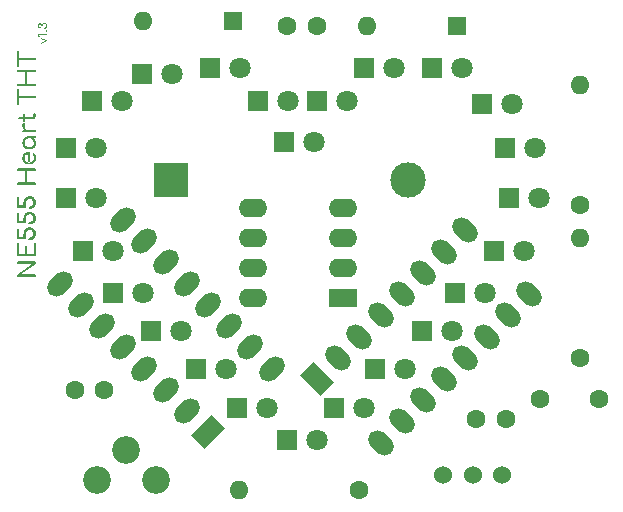
<source format=gbr>
%TF.GenerationSoftware,KiCad,Pcbnew,8.0.6*%
%TF.CreationDate,2024-11-17T17:26:00+01:00*%
%TF.ProjectId,Heart_NE555_THT,48656172-745f-44e4-9535-35355f544854,rev?*%
%TF.SameCoordinates,Original*%
%TF.FileFunction,Soldermask,Top*%
%TF.FilePolarity,Negative*%
%FSLAX46Y46*%
G04 Gerber Fmt 4.6, Leading zero omitted, Abs format (unit mm)*
G04 Created by KiCad (PCBNEW 8.0.6) date 2024-11-17 17:26:00*
%MOMM*%
%LPD*%
G01*
G04 APERTURE LIST*
G04 Aperture macros list*
%AMHorizOval*
0 Thick line with rounded ends*
0 $1 width*
0 $2 $3 position (X,Y) of the first rounded end (center of the circle)*
0 $4 $5 position (X,Y) of the second rounded end (center of the circle)*
0 Add line between two ends*
20,1,$1,$2,$3,$4,$5,0*
0 Add two circle primitives to create the rounded ends*
1,1,$1,$2,$3*
1,1,$1,$4,$5*%
%AMRotRect*
0 Rectangle, with rotation*
0 The origin of the aperture is its center*
0 $1 length*
0 $2 width*
0 $3 Rotation angle, in degrees counterclockwise*
0 Add horizontal line*
21,1,$1,$2,0,0,$3*%
G04 Aperture macros list end*
%ADD10C,0.150000*%
%ADD11C,0.340000*%
%ADD12R,2.400000X1.600000*%
%ADD13O,2.400000X1.600000*%
%ADD14R,1.800000X1.800000*%
%ADD15C,1.800000*%
%ADD16C,1.600000*%
%ADD17O,1.600000X1.600000*%
%ADD18RotRect,2.400000X1.600000X315.000000*%
%ADD19HorizOval,1.600000X0.282843X-0.282843X-0.282843X0.282843X0*%
%ADD20RotRect,2.400000X1.600000X45.000000*%
%ADD21HorizOval,1.600000X0.282843X0.282843X-0.282843X-0.282843X0*%
%ADD22C,2.340000*%
%ADD23R,1.600000X1.600000*%
%ADD24C,1.524000*%
%ADD25R,3.000000X3.000000*%
%ADD26C,3.000000*%
G04 APERTURE END LIST*
D10*
G36*
X103689250Y-66430433D02*
G01*
X103676083Y-66465310D01*
X103655544Y-66480809D01*
X103188063Y-66703375D01*
X103152892Y-66705023D01*
X103126739Y-66679331D01*
X103126148Y-66678096D01*
X103123034Y-66642009D01*
X103147030Y-66614165D01*
X103595460Y-66406253D01*
X103595460Y-66456629D01*
X103147030Y-66250915D01*
X103123034Y-66221972D01*
X103125019Y-66185082D01*
X103126148Y-66182588D01*
X103152343Y-66157492D01*
X103188063Y-66159507D01*
X103655544Y-66382073D01*
X103683687Y-66406722D01*
X103689250Y-66430433D01*
G37*
G36*
X103689250Y-65890962D02*
G01*
X103675565Y-65925609D01*
X103673679Y-65927598D01*
X103640493Y-65943214D01*
X103636493Y-65943352D01*
X103004698Y-65943352D01*
X103036572Y-66020105D01*
X103043716Y-66053628D01*
X103031830Y-66088993D01*
X103029244Y-66091913D01*
X102994865Y-66107058D01*
X102992058Y-66107117D01*
X102962016Y-66098874D01*
X102942416Y-66072496D01*
X102884530Y-65908731D01*
X102881416Y-65898289D01*
X102880317Y-65888764D01*
X102892654Y-65853212D01*
X102895338Y-65850479D01*
X102929785Y-65836498D01*
X102934173Y-65836374D01*
X103636493Y-65836374D01*
X103671709Y-65850220D01*
X103673679Y-65852127D01*
X103689113Y-65886668D01*
X103689250Y-65890962D01*
G37*
G36*
X103700973Y-65606480D02*
G01*
X103690843Y-65643144D01*
X103679541Y-65657405D01*
X103648098Y-65676305D01*
X103628983Y-65678837D01*
X103593099Y-65669607D01*
X103577325Y-65657405D01*
X103558425Y-65625721D01*
X103555893Y-65606480D01*
X103565123Y-65570593D01*
X103577325Y-65555006D01*
X103609242Y-65536429D01*
X103628983Y-65533940D01*
X103665394Y-65543897D01*
X103679541Y-65555006D01*
X103698441Y-65586678D01*
X103700973Y-65606480D01*
G37*
G36*
X103689250Y-65154020D02*
G01*
X103687177Y-65192283D01*
X103679892Y-65232645D01*
X103667361Y-65270168D01*
X103656094Y-65293605D01*
X103635531Y-65325757D01*
X103611142Y-65353793D01*
X103582929Y-65377715D01*
X103565602Y-65389226D01*
X103532234Y-65405962D01*
X103496636Y-65417221D01*
X103458805Y-65423002D01*
X103436825Y-65423848D01*
X103401382Y-65413048D01*
X103397440Y-65409743D01*
X103382053Y-65375488D01*
X103396494Y-65341721D01*
X103397440Y-65340866D01*
X103432520Y-65327248D01*
X103437008Y-65327127D01*
X103473538Y-65322920D01*
X103509797Y-65309074D01*
X103516692Y-65305146D01*
X103547607Y-65281076D01*
X103570577Y-65252365D01*
X103574761Y-65245428D01*
X103589537Y-65210461D01*
X103596038Y-65171918D01*
X103596376Y-65160249D01*
X103593333Y-65123415D01*
X103582815Y-65087451D01*
X103562566Y-65053924D01*
X103557908Y-65048507D01*
X103527677Y-65024207D01*
X103490130Y-65009994D01*
X103449647Y-65005826D01*
X103412576Y-65009472D01*
X103376671Y-65021472D01*
X103369963Y-65024877D01*
X103338181Y-65047179D01*
X103313543Y-65076351D01*
X103297743Y-65110927D01*
X103292498Y-65147251D01*
X103292477Y-65149807D01*
X103279689Y-65185172D01*
X103276907Y-65188092D01*
X103242486Y-65203163D01*
X103238255Y-65203296D01*
X103203222Y-65190809D01*
X103200336Y-65188092D01*
X103185266Y-65154066D01*
X103185132Y-65149807D01*
X103178900Y-65112045D01*
X103170661Y-65093021D01*
X103148708Y-65062624D01*
X103131826Y-65047958D01*
X103097009Y-65032127D01*
X103076505Y-65030006D01*
X103038520Y-65037412D01*
X103006653Y-65059630D01*
X103002866Y-65063712D01*
X102982455Y-65096690D01*
X102973736Y-65133843D01*
X102973007Y-65149807D01*
X102976763Y-65187909D01*
X102988028Y-65222714D01*
X103007909Y-65255667D01*
X103027779Y-65275287D01*
X103061124Y-65291974D01*
X103083466Y-65294704D01*
X103118800Y-65305988D01*
X103121751Y-65308443D01*
X103137139Y-65342881D01*
X103122484Y-65377136D01*
X103088245Y-65391186D01*
X103085481Y-65391241D01*
X103046631Y-65387518D01*
X103010682Y-65376349D01*
X102980518Y-65359734D01*
X102950867Y-65335345D01*
X102925892Y-65305502D01*
X102907245Y-65273638D01*
X102893045Y-65238286D01*
X102884104Y-65200466D01*
X102880422Y-65160176D01*
X102880317Y-65151822D01*
X102882840Y-65114306D01*
X102891441Y-65075765D01*
X102906146Y-65040081D01*
X102926068Y-65008211D01*
X102952738Y-64979171D01*
X102976121Y-64961313D01*
X103010854Y-64943676D01*
X103048833Y-64934179D01*
X103075956Y-64932370D01*
X103113233Y-64936995D01*
X103145931Y-64950871D01*
X103175810Y-64973178D01*
X103198138Y-64997583D01*
X103219128Y-65028487D01*
X103234042Y-65057300D01*
X103248572Y-65021504D01*
X103267978Y-64988132D01*
X103284967Y-64966991D01*
X103312676Y-64941885D01*
X103346235Y-64921609D01*
X103359155Y-64916067D01*
X103394567Y-64905511D01*
X103432336Y-64900337D01*
X103450563Y-64899764D01*
X103487881Y-64902517D01*
X103526729Y-64912034D01*
X103562821Y-64928348D01*
X103573112Y-64934568D01*
X103604650Y-64958461D01*
X103631716Y-64986861D01*
X103654310Y-65019769D01*
X103658292Y-65026892D01*
X103674617Y-65064101D01*
X103684140Y-65099547D01*
X103688766Y-65136847D01*
X103689250Y-65154020D01*
G37*
D11*
G36*
X102730500Y-86332132D02*
G01*
X102704924Y-86403225D01*
X102699359Y-86409069D01*
X102631181Y-86439210D01*
X102622788Y-86439477D01*
X101220346Y-86439477D01*
X101150462Y-86416195D01*
X101142677Y-86409069D01*
X101112899Y-86340714D01*
X101112635Y-86332132D01*
X101138756Y-86261454D01*
X101152202Y-86248235D01*
X102356808Y-85332690D01*
X101220712Y-85332690D01*
X101150468Y-85308568D01*
X101142677Y-85301183D01*
X101112899Y-85232040D01*
X101112635Y-85223514D01*
X101135636Y-85153469D01*
X101142677Y-85145845D01*
X101211570Y-85116793D01*
X101220346Y-85116535D01*
X102622788Y-85116535D01*
X102693394Y-85140607D01*
X102699359Y-85145845D01*
X102730226Y-85214614D01*
X102730500Y-85223514D01*
X102721340Y-85268577D01*
X102693497Y-85307411D01*
X101502446Y-86222955D01*
X102623887Y-86222955D01*
X102693829Y-86248230D01*
X102699725Y-86253730D01*
X102730229Y-86323288D01*
X102730500Y-86332132D01*
G37*
G36*
X102730500Y-84587872D02*
G01*
X102706657Y-84657435D01*
X102699359Y-84665541D01*
X102631181Y-84696771D01*
X102622788Y-84697048D01*
X101220346Y-84697048D01*
X101150462Y-84672926D01*
X101142677Y-84665541D01*
X101112899Y-84596398D01*
X101112635Y-84587872D01*
X101112635Y-83638622D01*
X101134233Y-83568578D01*
X101140845Y-83560953D01*
X101209195Y-83531758D01*
X101214851Y-83531644D01*
X101284214Y-83559149D01*
X101285925Y-83560953D01*
X101312798Y-83629722D01*
X101313036Y-83638622D01*
X101313036Y-84478695D01*
X101803232Y-84478695D01*
X101803232Y-83876026D01*
X101824830Y-83805982D01*
X101831442Y-83798357D01*
X101900539Y-83768710D01*
X101903249Y-83768681D01*
X101971835Y-83794763D01*
X101975423Y-83798357D01*
X102003385Y-83867126D01*
X102003633Y-83876026D01*
X102003633Y-84478695D01*
X102530098Y-84478695D01*
X102530098Y-83638622D01*
X102552364Y-83566616D01*
X102557209Y-83560953D01*
X102625553Y-83531672D01*
X102628284Y-83531644D01*
X102698695Y-83557404D01*
X102702289Y-83560953D01*
X102730252Y-83629722D01*
X102730500Y-83638622D01*
X102730500Y-84587872D01*
G37*
G36*
X102730500Y-82767408D02*
G01*
X102726172Y-82841436D01*
X102710957Y-82919956D01*
X102684788Y-82993433D01*
X102661257Y-83039616D01*
X102618102Y-83103269D01*
X102566949Y-83159040D01*
X102507798Y-83206927D01*
X102471480Y-83230126D01*
X102401596Y-83264129D01*
X102327134Y-83287004D01*
X102248093Y-83298750D01*
X102202202Y-83300468D01*
X102132499Y-83276396D01*
X102126731Y-83271159D01*
X102096953Y-83204195D01*
X102096689Y-83195688D01*
X102119690Y-83126044D01*
X102126731Y-83118018D01*
X102193456Y-83086788D01*
X102201836Y-83086511D01*
X102276328Y-83078447D01*
X102349293Y-83051909D01*
X102363036Y-83044379D01*
X102423937Y-82998279D01*
X102471314Y-82938978D01*
X102476609Y-82930073D01*
X102506061Y-82858144D01*
X102517281Y-82783311D01*
X102517642Y-82766309D01*
X102509788Y-82689813D01*
X102483942Y-82615946D01*
X102476609Y-82602177D01*
X102431035Y-82540933D01*
X102371938Y-82493213D01*
X102363036Y-82487872D01*
X102291670Y-82457631D01*
X102218380Y-82446110D01*
X102201836Y-82445740D01*
X102126372Y-82453804D01*
X102053766Y-82480342D01*
X102040269Y-82487872D01*
X101979975Y-82533789D01*
X101933043Y-82593230D01*
X101927795Y-82602177D01*
X101898080Y-82674531D01*
X101886760Y-82749904D01*
X101886396Y-82767041D01*
X101886396Y-83118018D01*
X101861723Y-83187783D01*
X101856354Y-83193489D01*
X101788965Y-83222541D01*
X101780517Y-83222798D01*
X101220346Y-83222798D01*
X101149740Y-83198727D01*
X101143776Y-83193489D01*
X101112909Y-83126463D01*
X101112635Y-83118018D01*
X101112635Y-82416431D01*
X101139414Y-82346977D01*
X101145241Y-82340960D01*
X101213004Y-82309729D01*
X101221079Y-82309452D01*
X101290373Y-82336178D01*
X101294352Y-82339861D01*
X101325219Y-82407852D01*
X101325493Y-82416431D01*
X101325493Y-83010674D01*
X101673905Y-83010674D01*
X101673905Y-82767041D01*
X101678256Y-82692211D01*
X101693551Y-82613064D01*
X101719858Y-82539249D01*
X101743514Y-82493001D01*
X101786405Y-82429348D01*
X101837177Y-82373578D01*
X101895833Y-82325690D01*
X101931825Y-82302491D01*
X102001352Y-82268311D01*
X102075978Y-82245317D01*
X102155705Y-82233509D01*
X102202202Y-82231783D01*
X102283787Y-82237376D01*
X102360794Y-82254156D01*
X102433221Y-82282121D01*
X102471480Y-82302491D01*
X102535075Y-82346177D01*
X102590671Y-82397687D01*
X102638269Y-82457022D01*
X102661257Y-82493367D01*
X102694729Y-82563628D01*
X102717246Y-82639220D01*
X102728809Y-82720145D01*
X102730500Y-82767408D01*
G37*
G36*
X102730500Y-81447031D02*
G01*
X102726172Y-81521059D01*
X102710957Y-81599579D01*
X102684788Y-81673056D01*
X102661257Y-81719240D01*
X102618102Y-81782892D01*
X102566949Y-81838663D01*
X102507798Y-81886551D01*
X102471480Y-81909749D01*
X102401596Y-81943752D01*
X102327134Y-81966627D01*
X102248093Y-81978374D01*
X102202202Y-81980091D01*
X102132499Y-81956020D01*
X102126731Y-81950782D01*
X102096953Y-81883818D01*
X102096689Y-81875311D01*
X102119690Y-81805667D01*
X102126731Y-81797641D01*
X102193456Y-81766411D01*
X102201836Y-81766134D01*
X102276328Y-81758070D01*
X102349293Y-81731532D01*
X102363036Y-81724002D01*
X102423937Y-81677903D01*
X102471314Y-81618601D01*
X102476609Y-81609697D01*
X102506061Y-81537767D01*
X102517281Y-81462934D01*
X102517642Y-81445932D01*
X102509788Y-81369436D01*
X102483942Y-81295569D01*
X102476609Y-81281801D01*
X102431035Y-81220556D01*
X102371938Y-81172836D01*
X102363036Y-81167495D01*
X102291670Y-81137254D01*
X102218380Y-81125733D01*
X102201836Y-81125363D01*
X102126372Y-81133427D01*
X102053766Y-81159965D01*
X102040269Y-81167495D01*
X101979975Y-81213412D01*
X101933043Y-81272853D01*
X101927795Y-81281801D01*
X101898080Y-81354154D01*
X101886760Y-81429528D01*
X101886396Y-81446664D01*
X101886396Y-81797641D01*
X101861723Y-81867407D01*
X101856354Y-81873113D01*
X101788965Y-81902164D01*
X101780517Y-81902422D01*
X101220346Y-81902422D01*
X101149740Y-81878350D01*
X101143776Y-81873113D01*
X101112909Y-81806086D01*
X101112635Y-81797641D01*
X101112635Y-81096054D01*
X101139414Y-81026600D01*
X101145241Y-81020583D01*
X101213004Y-80989352D01*
X101221079Y-80989076D01*
X101290373Y-81015802D01*
X101294352Y-81019484D01*
X101325219Y-81087475D01*
X101325493Y-81096054D01*
X101325493Y-81690297D01*
X101673905Y-81690297D01*
X101673905Y-81446664D01*
X101678256Y-81371835D01*
X101693551Y-81292687D01*
X101719858Y-81218872D01*
X101743514Y-81172624D01*
X101786405Y-81108971D01*
X101837177Y-81053201D01*
X101895833Y-81005313D01*
X101931825Y-80982115D01*
X102001352Y-80947934D01*
X102075978Y-80924940D01*
X102155705Y-80913133D01*
X102202202Y-80911406D01*
X102283787Y-80916999D01*
X102360794Y-80933779D01*
X102433221Y-80961745D01*
X102471480Y-80982115D01*
X102535075Y-81025800D01*
X102590671Y-81077311D01*
X102638269Y-81136646D01*
X102661257Y-81172990D01*
X102694729Y-81243251D01*
X102717246Y-81318843D01*
X102728809Y-81399768D01*
X102730500Y-81447031D01*
G37*
G36*
X102730500Y-80126654D02*
G01*
X102726172Y-80200683D01*
X102710957Y-80279202D01*
X102684788Y-80352679D01*
X102661257Y-80398863D01*
X102618102Y-80462516D01*
X102566949Y-80518286D01*
X102507798Y-80566174D01*
X102471480Y-80589372D01*
X102401596Y-80623375D01*
X102327134Y-80646250D01*
X102248093Y-80657997D01*
X102202202Y-80659714D01*
X102132499Y-80635643D01*
X102126731Y-80630405D01*
X102096953Y-80563441D01*
X102096689Y-80554934D01*
X102119690Y-80485290D01*
X102126731Y-80477265D01*
X102193456Y-80446034D01*
X102201836Y-80445757D01*
X102276328Y-80437693D01*
X102349293Y-80411155D01*
X102363036Y-80403625D01*
X102423937Y-80357526D01*
X102471314Y-80298224D01*
X102476609Y-80289320D01*
X102506061Y-80217390D01*
X102517281Y-80142558D01*
X102517642Y-80125555D01*
X102509788Y-80049059D01*
X102483942Y-79975192D01*
X102476609Y-79961424D01*
X102431035Y-79900179D01*
X102371938Y-79852459D01*
X102363036Y-79847118D01*
X102291670Y-79816877D01*
X102218380Y-79805356D01*
X102201836Y-79804986D01*
X102126372Y-79813051D01*
X102053766Y-79839589D01*
X102040269Y-79847118D01*
X101979975Y-79893035D01*
X101933043Y-79952476D01*
X101927795Y-79961424D01*
X101898080Y-80033777D01*
X101886760Y-80109151D01*
X101886396Y-80126288D01*
X101886396Y-80477265D01*
X101861723Y-80547030D01*
X101856354Y-80552736D01*
X101788965Y-80581787D01*
X101780517Y-80582045D01*
X101220346Y-80582045D01*
X101149740Y-80557974D01*
X101143776Y-80552736D01*
X101112909Y-80485710D01*
X101112635Y-80477265D01*
X101112635Y-79775677D01*
X101139414Y-79706223D01*
X101145241Y-79700206D01*
X101213004Y-79668976D01*
X101221079Y-79668699D01*
X101290373Y-79695425D01*
X101294352Y-79699107D01*
X101325219Y-79767098D01*
X101325493Y-79775677D01*
X101325493Y-80369920D01*
X101673905Y-80369920D01*
X101673905Y-80126288D01*
X101678256Y-80051458D01*
X101693551Y-79972310D01*
X101719858Y-79898495D01*
X101743514Y-79852247D01*
X101786405Y-79788594D01*
X101837177Y-79732824D01*
X101895833Y-79684936D01*
X101931825Y-79661738D01*
X102001352Y-79627557D01*
X102075978Y-79604563D01*
X102155705Y-79592756D01*
X102202202Y-79591029D01*
X102283787Y-79596623D01*
X102360794Y-79613402D01*
X102433221Y-79641368D01*
X102471480Y-79661738D01*
X102535075Y-79705423D01*
X102590671Y-79756934D01*
X102638269Y-79816269D01*
X102661257Y-79852614D01*
X102694729Y-79922874D01*
X102717246Y-79998467D01*
X102728809Y-80079392D01*
X102730500Y-80126654D01*
G37*
G36*
X102730500Y-78542861D02*
G01*
X102706657Y-78612425D01*
X102699359Y-78620531D01*
X102631181Y-78651761D01*
X102622788Y-78652038D01*
X101220346Y-78652038D01*
X101150462Y-78627915D01*
X101142677Y-78620531D01*
X101112899Y-78551388D01*
X101112635Y-78542861D01*
X101135636Y-78471976D01*
X101142677Y-78464093D01*
X101211207Y-78433952D01*
X101219980Y-78433685D01*
X101811658Y-78433685D01*
X101811658Y-77459156D01*
X101219980Y-77459156D01*
X101150376Y-77435033D01*
X101142677Y-77427648D01*
X101112899Y-77358506D01*
X101112635Y-77349979D01*
X101135636Y-77279935D01*
X101142677Y-77272310D01*
X101211570Y-77243258D01*
X101220346Y-77243001D01*
X102622788Y-77243001D01*
X102693394Y-77267072D01*
X102699359Y-77272310D01*
X102730226Y-77341079D01*
X102730500Y-77349979D01*
X102706657Y-77419543D01*
X102699359Y-77427648D01*
X102630880Y-77458879D01*
X102622422Y-77459156D01*
X102003633Y-77459156D01*
X102003633Y-78433685D01*
X102622422Y-78433685D01*
X102693391Y-78458659D01*
X102699359Y-78464093D01*
X102730013Y-78531052D01*
X102730500Y-78542861D01*
G37*
G36*
X102730500Y-76304376D02*
G01*
X102726993Y-76378813D01*
X102714400Y-76459333D01*
X102692647Y-76534998D01*
X102661735Y-76605810D01*
X102657227Y-76614320D01*
X102616927Y-76678273D01*
X102569666Y-76734945D01*
X102515444Y-76784336D01*
X102454261Y-76826445D01*
X102387193Y-76859944D01*
X102315317Y-76883872D01*
X102238633Y-76898229D01*
X102157139Y-76903015D01*
X102074685Y-76898481D01*
X101997313Y-76884880D01*
X101925025Y-76862211D01*
X101857820Y-76830475D01*
X101789508Y-76785295D01*
X101730063Y-76731363D01*
X101679487Y-76668679D01*
X101655220Y-76630073D01*
X101623003Y-76563601D01*
X101599991Y-76492412D01*
X101586184Y-76416506D01*
X101581581Y-76335883D01*
X101585978Y-76256886D01*
X101599167Y-76183659D01*
X101624514Y-76108175D01*
X101651923Y-76054515D01*
X101695486Y-75992768D01*
X101747454Y-75939832D01*
X101807826Y-75895705D01*
X101844997Y-75874997D01*
X101917019Y-75845067D01*
X101995010Y-75824932D01*
X102069348Y-75815258D01*
X102128197Y-75813081D01*
X102192310Y-75840558D01*
X102217590Y-75909435D01*
X102217590Y-76755736D01*
X102050527Y-76755736D01*
X102050527Y-75916029D01*
X102109146Y-76002125D01*
X102031923Y-76009902D01*
X101956469Y-76032342D01*
X101931459Y-76043891D01*
X101868848Y-76085284D01*
X101818859Y-76139580D01*
X101806895Y-76157464D01*
X101775590Y-76227678D01*
X101762218Y-76303803D01*
X101761100Y-76335883D01*
X101767204Y-76414134D01*
X101787786Y-76490117D01*
X101812757Y-76540681D01*
X101861017Y-76603029D01*
X101921853Y-76651954D01*
X101954174Y-76670007D01*
X102024790Y-76696798D01*
X102102002Y-76711223D01*
X102157139Y-76713971D01*
X102232277Y-76707780D01*
X102307531Y-76686906D01*
X102359372Y-76661581D01*
X102420664Y-76616449D01*
X102471549Y-76560189D01*
X102499690Y-76516500D01*
X102531169Y-76443394D01*
X102547261Y-76369590D01*
X102551347Y-76304376D01*
X102543465Y-76230084D01*
X102526435Y-76171019D01*
X102496089Y-76102588D01*
X102469282Y-76060743D01*
X102445468Y-75992600D01*
X102468549Y-75928486D01*
X102533099Y-75891155D01*
X102537792Y-75890750D01*
X102602638Y-75924089D01*
X102645270Y-75987879D01*
X102678398Y-76056959D01*
X102694962Y-76101776D01*
X102715195Y-76173486D01*
X102727688Y-76249246D01*
X102730500Y-76304376D01*
G37*
G36*
X102694621Y-74508885D02*
G01*
X102700458Y-74514320D01*
X102730235Y-74582311D01*
X102730500Y-74590890D01*
X102705526Y-74661983D01*
X102700091Y-74667826D01*
X102632038Y-74697967D01*
X102623521Y-74698235D01*
X102540076Y-74698235D01*
X102579120Y-74731933D01*
X102630504Y-74791641D01*
X102655395Y-74828294D01*
X102691700Y-74899086D01*
X102716124Y-74975036D01*
X102728666Y-75056144D01*
X102730500Y-75103434D01*
X102725783Y-75178195D01*
X102709200Y-75257539D01*
X102680677Y-75331840D01*
X102655028Y-75378573D01*
X102608316Y-75442786D01*
X102553083Y-75499001D01*
X102489331Y-75547217D01*
X102450231Y-75570548D01*
X102383278Y-75601483D01*
X102312112Y-75623579D01*
X102236732Y-75636837D01*
X102157139Y-75641256D01*
X102077341Y-75636471D01*
X102001709Y-75622114D01*
X101930245Y-75598186D01*
X101862949Y-75564686D01*
X101801171Y-75522852D01*
X101746262Y-75474286D01*
X101692700Y-75411602D01*
X101657052Y-75356958D01*
X101624034Y-75289318D01*
X101600449Y-75217556D01*
X101586298Y-75141673D01*
X101581581Y-75061668D01*
X101581603Y-75061302D01*
X101769526Y-75061302D01*
X101776636Y-75137328D01*
X101797965Y-75207687D01*
X101820084Y-75251445D01*
X101867270Y-75314639D01*
X101926669Y-75366104D01*
X101958204Y-75385900D01*
X102027223Y-75416040D01*
X102102940Y-75432268D01*
X102157139Y-75435360D01*
X102236205Y-75428404D01*
X102309089Y-75407539D01*
X102354243Y-75385900D01*
X102414711Y-75343860D01*
X102468473Y-75287154D01*
X102492363Y-75251811D01*
X102523172Y-75185230D01*
X102539761Y-75112982D01*
X102542921Y-75061668D01*
X102535811Y-74984457D01*
X102514482Y-74913840D01*
X102492363Y-74870426D01*
X102445177Y-74808124D01*
X102385778Y-74757553D01*
X102354243Y-74738168D01*
X102285481Y-74708699D01*
X102210537Y-74692831D01*
X102157139Y-74689808D01*
X102083383Y-74695523D01*
X102009340Y-74714791D01*
X101958204Y-74738168D01*
X101893167Y-74783326D01*
X101840345Y-74840214D01*
X101820084Y-74870426D01*
X101787350Y-74942402D01*
X101771945Y-75015603D01*
X101769526Y-75061302D01*
X101581603Y-75061302D01*
X101586321Y-74981594D01*
X101600540Y-74905872D01*
X101624240Y-74834499D01*
X101657419Y-74767477D01*
X101698772Y-74705791D01*
X101753505Y-74644386D01*
X101809456Y-74596907D01*
X101864048Y-74560848D01*
X101931528Y-74527188D01*
X102003175Y-74503146D01*
X102078989Y-74488720D01*
X102158971Y-74483912D01*
X102624254Y-74483912D01*
X102694621Y-74508885D01*
G37*
G36*
X102009128Y-74062226D02*
G01*
X101935612Y-74056180D01*
X101860530Y-74035561D01*
X101791508Y-74000311D01*
X101729940Y-73952679D01*
X101677723Y-73894917D01*
X101638368Y-73833615D01*
X101608422Y-73765859D01*
X101589567Y-73694024D01*
X101581803Y-73618111D01*
X101581581Y-73602439D01*
X101586343Y-73523370D01*
X101604250Y-73449459D01*
X101621881Y-73414494D01*
X101677809Y-73367010D01*
X101717136Y-73367233D01*
X101761466Y-73391413D01*
X101780883Y-73432446D01*
X101784913Y-73482638D01*
X101773576Y-73556125D01*
X101770155Y-73632746D01*
X101777550Y-73710914D01*
X101780151Y-73724438D01*
X101802012Y-73798335D01*
X101837207Y-73864088D01*
X101861117Y-73893332D01*
X101922651Y-73937774D01*
X101998031Y-73955006D01*
X102009128Y-73955248D01*
X102009128Y-74062226D01*
G37*
G36*
X102730500Y-74060394D02*
G01*
X102709136Y-74132712D01*
X102704488Y-74138064D01*
X102635013Y-74164936D01*
X102625353Y-74165175D01*
X101686728Y-74165175D01*
X101616203Y-74144418D01*
X101609058Y-74138064D01*
X101581823Y-74069606D01*
X101581581Y-74060394D01*
X101601777Y-73988547D01*
X101607959Y-73981626D01*
X101677071Y-73955480D01*
X101686728Y-73955248D01*
X102625353Y-73955248D01*
X102696159Y-73975444D01*
X102703389Y-73981626D01*
X102730261Y-74050738D01*
X102730500Y-74060394D01*
G37*
G36*
X102730500Y-72727195D02*
G01*
X102723029Y-72803118D01*
X102700618Y-72873168D01*
X102677377Y-72916605D01*
X102632125Y-72974531D01*
X102576054Y-73022462D01*
X102532663Y-73048863D01*
X102460775Y-73078109D01*
X102382499Y-73093857D01*
X102326766Y-73096856D01*
X101333919Y-73096856D01*
X101262864Y-73071096D01*
X101259181Y-73067547D01*
X101229986Y-72997781D01*
X101229871Y-72992076D01*
X101253943Y-72922249D01*
X101259181Y-72916605D01*
X101328260Y-72887046D01*
X101333919Y-72886930D01*
X102326033Y-72886930D01*
X102402512Y-72875389D01*
X102465618Y-72840768D01*
X102510943Y-72782112D01*
X102521672Y-72727195D01*
X102521672Y-72656120D01*
X102550981Y-72592006D01*
X102620426Y-72565731D01*
X102626086Y-72565628D01*
X102695550Y-72594213D01*
X102701190Y-72600433D01*
X102729469Y-72669697D01*
X102730500Y-72689459D01*
X102730500Y-72727195D01*
G37*
G36*
X101807628Y-73193577D02*
G01*
X101784248Y-73263284D01*
X101782715Y-73265018D01*
X101720067Y-73292129D01*
X101653389Y-73265018D01*
X101628476Y-73193577D01*
X101628476Y-72708510D01*
X101651856Y-72638780D01*
X101653389Y-72637069D01*
X101720067Y-72609592D01*
X101782715Y-72637069D01*
X101807628Y-72708510D01*
X101807628Y-73193577D01*
G37*
G36*
X102730500Y-71184801D02*
G01*
X102704924Y-71255708D01*
X102699359Y-71261738D01*
X102631181Y-71292968D01*
X102622788Y-71293245D01*
X101112635Y-71293245D01*
X101112635Y-71074892D01*
X102622788Y-71074892D01*
X102693394Y-71100468D01*
X102699359Y-71106033D01*
X102730013Y-71173072D01*
X102730500Y-71184801D01*
G37*
G36*
X101313036Y-71746804D02*
G01*
X101288242Y-71816120D01*
X101284826Y-71819711D01*
X101215385Y-71847527D01*
X101212652Y-71847554D01*
X101142623Y-71821424D01*
X101140845Y-71819711D01*
X101112662Y-71749581D01*
X101112635Y-71746804D01*
X101112635Y-70623165D01*
X101137429Y-70554171D01*
X101140845Y-70550625D01*
X101209943Y-70522442D01*
X101212652Y-70522415D01*
X101283048Y-70548889D01*
X101284826Y-70550625D01*
X101313009Y-70620388D01*
X101313036Y-70623165D01*
X101313036Y-71746804D01*
G37*
G36*
X102730500Y-70172170D02*
G01*
X102706657Y-70241734D01*
X102699359Y-70249840D01*
X102631181Y-70281070D01*
X102622788Y-70281347D01*
X101220346Y-70281347D01*
X101150462Y-70257224D01*
X101142677Y-70249840D01*
X101112899Y-70180697D01*
X101112635Y-70172170D01*
X101135636Y-70101285D01*
X101142677Y-70093402D01*
X101211207Y-70063261D01*
X101219980Y-70062994D01*
X101811658Y-70062994D01*
X101811658Y-69088465D01*
X101219980Y-69088465D01*
X101150376Y-69064342D01*
X101142677Y-69056958D01*
X101112899Y-68987815D01*
X101112635Y-68979288D01*
X101135636Y-68909244D01*
X101142677Y-68901619D01*
X101211570Y-68872568D01*
X101220346Y-68872310D01*
X102622788Y-68872310D01*
X102693394Y-68896381D01*
X102699359Y-68901619D01*
X102730226Y-68970388D01*
X102730500Y-68979288D01*
X102706657Y-69048852D01*
X102699359Y-69056958D01*
X102630880Y-69088188D01*
X102622422Y-69088465D01*
X102003633Y-69088465D01*
X102003633Y-70062994D01*
X102622422Y-70062994D01*
X102693391Y-70087968D01*
X102699359Y-70093402D01*
X102730013Y-70160361D01*
X102730500Y-70172170D01*
G37*
G36*
X102730500Y-67968123D02*
G01*
X102704924Y-68039029D01*
X102699359Y-68045059D01*
X102631181Y-68076290D01*
X102622788Y-68076567D01*
X101112635Y-68076567D01*
X101112635Y-67858214D01*
X102622788Y-67858214D01*
X102693394Y-67883789D01*
X102699359Y-67889355D01*
X102730013Y-67956394D01*
X102730500Y-67968123D01*
G37*
G36*
X101313036Y-68530126D02*
G01*
X101288242Y-68599442D01*
X101284826Y-68603032D01*
X101215385Y-68630849D01*
X101212652Y-68630876D01*
X101142623Y-68604745D01*
X101140845Y-68603032D01*
X101112662Y-68532903D01*
X101112635Y-68530126D01*
X101112635Y-67406487D01*
X101137429Y-67337493D01*
X101140845Y-67333946D01*
X101209943Y-67305764D01*
X101212652Y-67305736D01*
X101283048Y-67332211D01*
X101284826Y-67333946D01*
X101313009Y-67403709D01*
X101313036Y-67406487D01*
X101313036Y-68530126D01*
G37*
D12*
%TO.C,U1*%
X128750000Y-88200000D03*
D13*
X128750000Y-85660000D03*
X128750000Y-83120000D03*
X128750000Y-80580000D03*
X121130000Y-80580000D03*
X121130000Y-83120000D03*
X121130000Y-85660000D03*
X121130000Y-88200000D03*
%TD*%
D14*
%TO.C,D26*%
X119740000Y-97500000D03*
D15*
X122280000Y-97500000D03*
%TD*%
D14*
%TO.C,D25*%
X116240000Y-94250000D03*
D15*
X118780000Y-94250000D03*
%TD*%
D14*
%TO.C,D24*%
X112490000Y-91000000D03*
D15*
X115030000Y-91000000D03*
%TD*%
D14*
%TO.C,D23*%
X109240000Y-87750000D03*
D15*
X111780000Y-87750000D03*
%TD*%
D14*
%TO.C,D22*%
X106740000Y-84250000D03*
D15*
X109280000Y-84250000D03*
%TD*%
D14*
%TO.C,D21*%
X105240000Y-79750000D03*
D15*
X107780000Y-79750000D03*
%TD*%
D14*
%TO.C,D20*%
X105240000Y-75500000D03*
D15*
X107780000Y-75500000D03*
%TD*%
D14*
%TO.C,D17*%
X117490000Y-68750000D03*
D15*
X120030000Y-68750000D03*
%TD*%
D14*
%TO.C,D16*%
X121490000Y-71500000D03*
D15*
X124030000Y-71500000D03*
%TD*%
D14*
%TO.C,D15*%
X123715000Y-75000000D03*
D15*
X126255000Y-75000000D03*
%TD*%
D14*
%TO.C,D14*%
X126490000Y-71500000D03*
D15*
X129030000Y-71500000D03*
%TD*%
D14*
%TO.C,D13*%
X130490000Y-68750000D03*
D15*
X133030000Y-68750000D03*
%TD*%
D14*
%TO.C,D11*%
X140465000Y-71750000D03*
D15*
X143005000Y-71750000D03*
%TD*%
D14*
%TO.C,D6*%
X135440000Y-91000000D03*
D15*
X137980000Y-91000000D03*
%TD*%
D14*
%TO.C,D10*%
X142465000Y-75500000D03*
D15*
X145005000Y-75500000D03*
%TD*%
D14*
%TO.C,D3*%
X123990000Y-100250000D03*
D15*
X126530000Y-100250000D03*
%TD*%
D14*
%TO.C,D7*%
X138190000Y-87750000D03*
D15*
X140730000Y-87750000D03*
%TD*%
D14*
%TO.C,D5*%
X131440000Y-94250000D03*
D15*
X133980000Y-94250000D03*
%TD*%
D14*
%TO.C,D4*%
X127965000Y-97500000D03*
D15*
X130505000Y-97500000D03*
%TD*%
D14*
%TO.C,D9*%
X142740000Y-79750000D03*
D15*
X145280000Y-79750000D03*
%TD*%
D14*
%TO.C,D8*%
X141475000Y-84250000D03*
D15*
X144015000Y-84250000D03*
%TD*%
D14*
%TO.C,D12*%
X136240000Y-68750000D03*
D15*
X138780000Y-68750000D03*
%TD*%
D14*
%TO.C,D19*%
X107490000Y-71500000D03*
D15*
X110030000Y-71500000D03*
%TD*%
D14*
%TO.C,D18*%
X111740000Y-69250000D03*
D15*
X114280000Y-69250000D03*
%TD*%
D16*
%TO.C,C4*%
X124025000Y-65225000D03*
X126525000Y-65225000D03*
%TD*%
%TO.C,R2*%
X148750000Y-93330000D03*
D17*
X148750000Y-83170000D03*
%TD*%
D16*
%TO.C,R3*%
X148750000Y-80330000D03*
D17*
X148750000Y-70170000D03*
%TD*%
D18*
%TO.C,U2*%
X126519744Y-95070890D03*
D19*
X128315795Y-93274839D03*
X130111846Y-91478788D03*
X131907898Y-89682736D03*
X133703949Y-87886685D03*
X135500000Y-86090634D03*
X137296051Y-84294583D03*
X139092103Y-82498531D03*
X144480256Y-87886685D03*
X142684205Y-89682736D03*
X140888154Y-91478788D03*
X139092103Y-93274839D03*
X137296051Y-95070890D03*
X135500000Y-96866941D03*
X133703949Y-98662992D03*
X131907898Y-100459044D03*
%TD*%
D20*
%TO.C,U3*%
X117296051Y-99572359D03*
D21*
X115500000Y-97776308D03*
X113703949Y-95980257D03*
X111907897Y-94184205D03*
X110111846Y-92388154D03*
X108315795Y-90592103D03*
X106519744Y-88796052D03*
X104723692Y-87000000D03*
X110111846Y-81611847D03*
X111907897Y-83407898D03*
X113703949Y-85203949D03*
X115500000Y-87000000D03*
X117296051Y-88796052D03*
X119092102Y-90592103D03*
X120888153Y-92388154D03*
X122684205Y-94184205D03*
%TD*%
D16*
%TO.C,R1*%
X130080000Y-104500000D03*
D17*
X119920000Y-104500000D03*
%TD*%
D16*
%TO.C,C3*%
X108500000Y-96000000D03*
X106000000Y-96000000D03*
%TD*%
D22*
%TO.C,RV1*%
X112875000Y-103600000D03*
X110375000Y-101100000D03*
X107875000Y-103600000D03*
%TD*%
D23*
%TO.C,D1*%
X119420000Y-64800000D03*
D17*
X111800000Y-64800000D03*
%TD*%
D23*
%TO.C,D2*%
X138400000Y-65200000D03*
D17*
X130780000Y-65200000D03*
%TD*%
D16*
%TO.C,C1*%
X140000000Y-98500000D03*
X142500000Y-98500000D03*
%TD*%
D24*
%TO.C,SW1*%
X142200000Y-103200000D03*
X139700000Y-103200000D03*
X137200000Y-103200000D03*
%TD*%
D16*
%TO.C,C2*%
X145400000Y-96800000D03*
X150400000Y-96800000D03*
%TD*%
D25*
%TO.C,BT2*%
X114200000Y-78200000D03*
D26*
X134200000Y-78200000D03*
%TD*%
M02*

</source>
